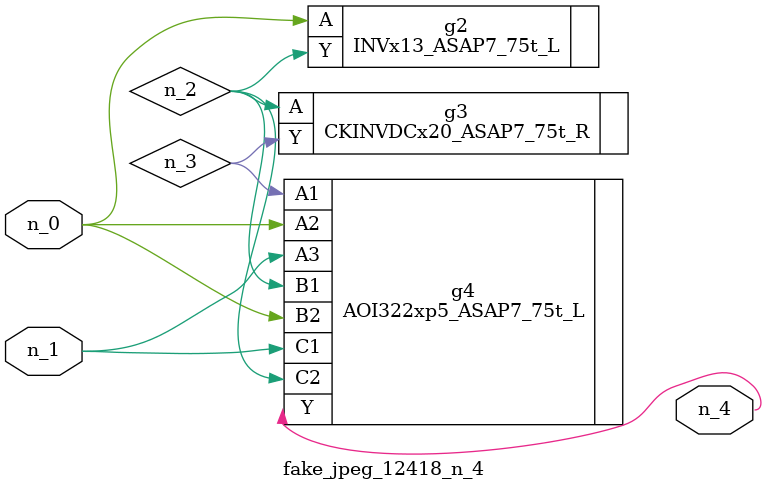
<source format=v>
module fake_jpeg_12418_n_4 (n_0, n_1, n_4);

input n_0;
input n_1;

output n_4;

wire n_2;
wire n_3;

INVx13_ASAP7_75t_L g2 ( 
.A(n_0),
.Y(n_2)
);

CKINVDCx20_ASAP7_75t_R g3 ( 
.A(n_2),
.Y(n_3)
);

AOI322xp5_ASAP7_75t_L g4 ( 
.A1(n_3),
.A2(n_0),
.A3(n_1),
.B1(n_2),
.B2(n_0),
.C1(n_1),
.C2(n_2),
.Y(n_4)
);


endmodule
</source>
